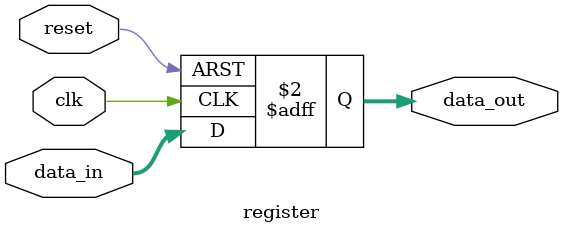
<source format=v>
module register (clk, data_in, reset, data_out); 
parameter input_size = 32;

input clk, reset;
input [input_size - 1:0] data_in;
output [input_size -1:0] data_out; 

reg [input_size - 1:0] data_out;

 
always @(posedge clk or posedge reset) 
    begin 
        if (reset) 
            data_out <= 32'h00000000; 
        else 
            data_out <= data_in; 
        end 
endmodule
</source>
